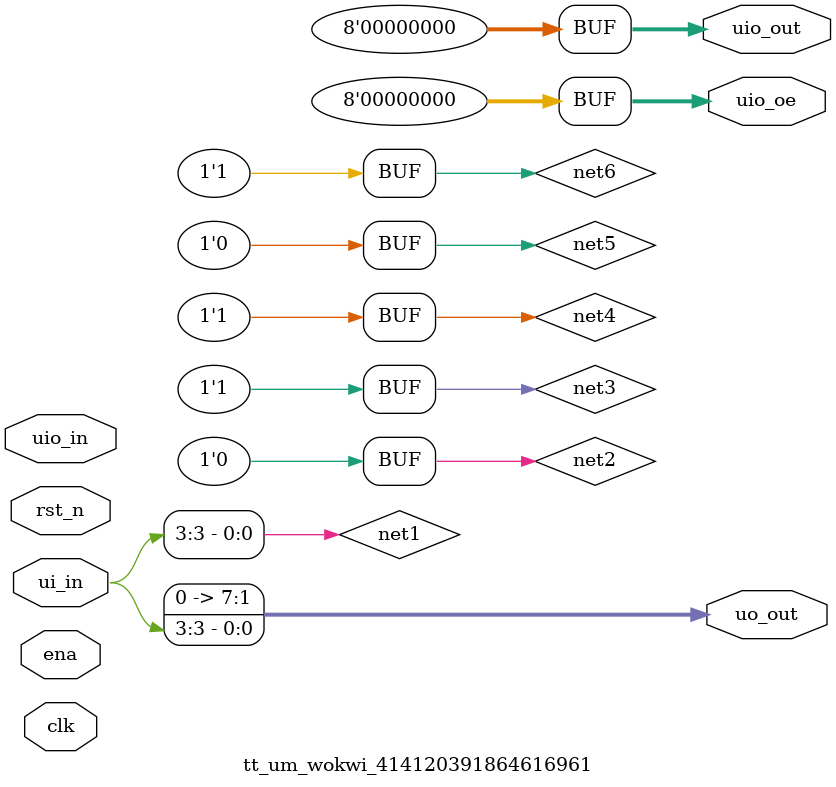
<source format=v>
/* Automatically generated from https://wokwi.com/projects/414120391864616961 */

`default_nettype none

// verilator lint_off UNUSEDSIGNAL
// verilator lint_off PINCONNECTEMPTY

module tt_um_wokwi_414120391864616961(
  input  wire [7:0] ui_in,    // Dedicated inputs
  output wire [7:0] uo_out,    // Dedicated outputs
  input  wire [7:0] uio_in,    // IOs: Input path
  output wire [7:0] uio_out,    // IOs: Output path
  output wire [7:0] uio_oe,    // IOs: Enable path (active high: 0=input, 1=output)
  input ena,
  input clk,
  input rst_n
);
  wire net1 = ui_in[3];
  wire net2 = 1'b0;
  wire net3 = 1'b1;
  wire net4 = 1'b1;
  wire net5 = 1'b0;
  wire net6 = 1'b1;

  assign uo_out[0] = net1;
  assign uo_out[1] = 0;
  assign uo_out[2] = 0;
  assign uo_out[3] = 0;
  assign uo_out[4] = 0;
  assign uo_out[5] = 0;
  assign uo_out[6] = 0;
  assign uo_out[7] = 0;
  assign uio_out[0] = 0;
  assign uio_oe[0] = 0;
  assign uio_out[1] = 0;
  assign uio_oe[1] = 0;
  assign uio_out[2] = 0;
  assign uio_oe[2] = 0;
  assign uio_out[3] = 0;
  assign uio_oe[3] = 0;
  assign uio_out[4] = 0;
  assign uio_oe[4] = 0;
  assign uio_out[5] = 0;
  assign uio_oe[5] = 0;
  assign uio_out[6] = 0;
  assign uio_oe[6] = 0;
  assign uio_out[7] = 0;
  assign uio_oe[7] = 0;

  and_cell and1 (
    .out ()
  );
  and_cell and2 (
    .out ()
  );
endmodule

</source>
